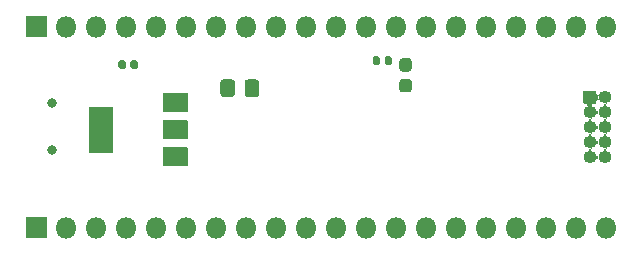
<source format=gbr>
G04 #@! TF.GenerationSoftware,KiCad,Pcbnew,(5.1.8-0-10_14)*
G04 #@! TF.CreationDate,2021-01-18T01:09:31+08:00*
G04 #@! TF.ProjectId,stm32f401_devboard,73746d33-3266-4343-9031-5f646576626f,rev?*
G04 #@! TF.SameCoordinates,Original*
G04 #@! TF.FileFunction,Soldermask,Bot*
G04 #@! TF.FilePolarity,Negative*
%FSLAX46Y46*%
G04 Gerber Fmt 4.6, Leading zero omitted, Abs format (unit mm)*
G04 Created by KiCad (PCBNEW (5.1.8-0-10_14)) date 2021-01-18 01:09:31*
%MOMM*%
%LPD*%
G01*
G04 APERTURE LIST*
%ADD10O,1.802000X1.802000*%
%ADD11C,0.802024*%
%ADD12O,1.102000X1.102000*%
%ADD13C,0.100000*%
G04 APERTURE END LIST*
G36*
G01*
X115321000Y-57660000D02*
X115321000Y-59160000D01*
G75*
G02*
X115270000Y-59211000I-51000J0D01*
G01*
X113270000Y-59211000D01*
G75*
G02*
X113219000Y-59160000I0J51000D01*
G01*
X113219000Y-57660000D01*
G75*
G02*
X113270000Y-57609000I51000J0D01*
G01*
X115270000Y-57609000D01*
G75*
G02*
X115321000Y-57660000I0J-51000D01*
G01*
G37*
G36*
G01*
X115321000Y-62260000D02*
X115321000Y-63760000D01*
G75*
G02*
X115270000Y-63811000I-51000J0D01*
G01*
X113270000Y-63811000D01*
G75*
G02*
X113219000Y-63760000I0J51000D01*
G01*
X113219000Y-62260000D01*
G75*
G02*
X113270000Y-62209000I51000J0D01*
G01*
X115270000Y-62209000D01*
G75*
G02*
X115321000Y-62260000I0J-51000D01*
G01*
G37*
G36*
G01*
X115321000Y-59960000D02*
X115321000Y-61460000D01*
G75*
G02*
X115270000Y-61511000I-51000J0D01*
G01*
X113270000Y-61511000D01*
G75*
G02*
X113219000Y-61460000I0J51000D01*
G01*
X113219000Y-59960000D01*
G75*
G02*
X113270000Y-59909000I51000J0D01*
G01*
X115270000Y-59909000D01*
G75*
G02*
X115321000Y-59960000I0J-51000D01*
G01*
G37*
G36*
G01*
X109021000Y-58810000D02*
X109021000Y-62610000D01*
G75*
G02*
X108970000Y-62661000I-51000J0D01*
G01*
X106970000Y-62661000D01*
G75*
G02*
X106919000Y-62610000I0J51000D01*
G01*
X106919000Y-58810000D01*
G75*
G02*
X106970000Y-58759000I51000J0D01*
G01*
X108970000Y-58759000D01*
G75*
G02*
X109021000Y-58810000I0J-51000D01*
G01*
G37*
G36*
G01*
X131989000Y-55080500D02*
X131989000Y-54659500D01*
G75*
G02*
X132149500Y-54499000I160500J0D01*
G01*
X132470500Y-54499000D01*
G75*
G02*
X132631000Y-54659500I0J-160500D01*
G01*
X132631000Y-55080500D01*
G75*
G02*
X132470500Y-55241000I-160500J0D01*
G01*
X132149500Y-55241000D01*
G75*
G02*
X131989000Y-55080500I0J160500D01*
G01*
G37*
G36*
G01*
X130969000Y-55080500D02*
X130969000Y-54659500D01*
G75*
G02*
X131129500Y-54499000I160500J0D01*
G01*
X131450500Y-54499000D01*
G75*
G02*
X131611000Y-54659500I0J-160500D01*
G01*
X131611000Y-55080500D01*
G75*
G02*
X131450500Y-55241000I-160500J0D01*
G01*
X131129500Y-55241000D01*
G75*
G02*
X130969000Y-55080500I0J160500D01*
G01*
G37*
G36*
G01*
X110081000Y-54999500D02*
X110081000Y-55420500D01*
G75*
G02*
X109920500Y-55581000I-160500J0D01*
G01*
X109599500Y-55581000D01*
G75*
G02*
X109439000Y-55420500I0J160500D01*
G01*
X109439000Y-54999500D01*
G75*
G02*
X109599500Y-54839000I160500J0D01*
G01*
X109920500Y-54839000D01*
G75*
G02*
X110081000Y-54999500I0J-160500D01*
G01*
G37*
G36*
G01*
X111101000Y-54999500D02*
X111101000Y-55420500D01*
G75*
G02*
X110940500Y-55581000I-160500J0D01*
G01*
X110619500Y-55581000D01*
G75*
G02*
X110459000Y-55420500I0J160500D01*
G01*
X110459000Y-54999500D01*
G75*
G02*
X110619500Y-54839000I160500J0D01*
G01*
X110940500Y-54839000D01*
G75*
G02*
X111101000Y-54999500I0J-160500D01*
G01*
G37*
D10*
X150760000Y-69000000D03*
X148220000Y-69000000D03*
X145680000Y-69000000D03*
X143140000Y-69000000D03*
X140600000Y-69000000D03*
X138060000Y-69000000D03*
X135520000Y-69000000D03*
X132980000Y-69000000D03*
X130440000Y-69000000D03*
X127900000Y-69000000D03*
X125360000Y-69000000D03*
X122820000Y-69000000D03*
X120280000Y-69000000D03*
X117740000Y-69000000D03*
X115200000Y-69000000D03*
X112660000Y-69000000D03*
X110120000Y-69000000D03*
X107580000Y-69000000D03*
X105040000Y-69000000D03*
G36*
G01*
X103350000Y-69901000D02*
X101650000Y-69901000D01*
G75*
G02*
X101599000Y-69850000I0J51000D01*
G01*
X101599000Y-68150000D01*
G75*
G02*
X101650000Y-68099000I51000J0D01*
G01*
X103350000Y-68099000D01*
G75*
G02*
X103401000Y-68150000I0J-51000D01*
G01*
X103401000Y-69850000D01*
G75*
G02*
X103350000Y-69901000I-51000J0D01*
G01*
G37*
X150760000Y-52000000D03*
X148220000Y-52000000D03*
X145680000Y-52000000D03*
X143140000Y-52000000D03*
X140600000Y-52000000D03*
X138060000Y-52000000D03*
X135520000Y-52000000D03*
X132980000Y-52000000D03*
X130440000Y-52000000D03*
X127900000Y-52000000D03*
X125360000Y-52000000D03*
X122820000Y-52000000D03*
X120280000Y-52000000D03*
X117740000Y-52000000D03*
X115200000Y-52000000D03*
X112660000Y-52000000D03*
X110120000Y-52000000D03*
X107580000Y-52000000D03*
X105040000Y-52000000D03*
G36*
G01*
X103350000Y-52901000D02*
X101650000Y-52901000D01*
G75*
G02*
X101599000Y-52850000I0J51000D01*
G01*
X101599000Y-51150000D01*
G75*
G02*
X101650000Y-51099000I51000J0D01*
G01*
X103350000Y-51099000D01*
G75*
G02*
X103401000Y-51150000I0J-51000D01*
G01*
X103401000Y-52850000D01*
G75*
G02*
X103350000Y-52901000I-51000J0D01*
G01*
G37*
G36*
G01*
X134023000Y-55801000D02*
X133497000Y-55801000D01*
G75*
G02*
X133234000Y-55538000I0J263000D01*
G01*
X133234000Y-54912000D01*
G75*
G02*
X133497000Y-54649000I263000J0D01*
G01*
X134023000Y-54649000D01*
G75*
G02*
X134286000Y-54912000I0J-263000D01*
G01*
X134286000Y-55538000D01*
G75*
G02*
X134023000Y-55801000I-263000J0D01*
G01*
G37*
G36*
G01*
X134023000Y-57551000D02*
X133497000Y-57551000D01*
G75*
G02*
X133234000Y-57288000I0J263000D01*
G01*
X133234000Y-56662000D01*
G75*
G02*
X133497000Y-56399000I263000J0D01*
G01*
X134023000Y-56399000D01*
G75*
G02*
X134286000Y-56662000I0J-263000D01*
G01*
X134286000Y-57288000D01*
G75*
G02*
X134023000Y-57551000I-263000J0D01*
G01*
G37*
D11*
X103849236Y-58406100D03*
X103849236Y-62404060D03*
D12*
X149365000Y-63040000D03*
X150635000Y-63040000D03*
X149365000Y-61770000D03*
X150635000Y-61770000D03*
X149365000Y-60500000D03*
X150635000Y-60500000D03*
X149365000Y-59230000D03*
X150635000Y-59230000D03*
X150635000Y-57960000D03*
G36*
G01*
X148814000Y-58460000D02*
X148814000Y-57460000D01*
G75*
G02*
X148865000Y-57409000I51000J0D01*
G01*
X149865000Y-57409000D01*
G75*
G02*
X149916000Y-57460000I0J-51000D01*
G01*
X149916000Y-58460000D01*
G75*
G02*
X149865000Y-58511000I-51000J0D01*
G01*
X148865000Y-58511000D01*
G75*
G02*
X148814000Y-58460000I0J51000D01*
G01*
G37*
G36*
G01*
X120129000Y-57678828D02*
X120129000Y-56721172D01*
G75*
G02*
X120401172Y-56449000I272172J0D01*
G01*
X121108828Y-56449000D01*
G75*
G02*
X121381000Y-56721172I0J-272172D01*
G01*
X121381000Y-57678828D01*
G75*
G02*
X121108828Y-57951000I-272172J0D01*
G01*
X120401172Y-57951000D01*
G75*
G02*
X120129000Y-57678828I0J272172D01*
G01*
G37*
G36*
G01*
X118079000Y-57678828D02*
X118079000Y-56721172D01*
G75*
G02*
X118351172Y-56449000I272172J0D01*
G01*
X119058828Y-56449000D01*
G75*
G02*
X119331000Y-56721172I0J-272172D01*
G01*
X119331000Y-57678828D01*
G75*
G02*
X119058828Y-57951000I-272172J0D01*
G01*
X118351172Y-57951000D01*
G75*
G02*
X118079000Y-57678828I0J272172D01*
G01*
G37*
D13*
G36*
X150114287Y-62867256D02*
G01*
X150114437Y-62869077D01*
X150109650Y-62880635D01*
X150088653Y-62986192D01*
X150088653Y-63093808D01*
X150109650Y-63199365D01*
X150114437Y-63210923D01*
X150114176Y-63212906D01*
X150112328Y-63213671D01*
X150110825Y-63212631D01*
X150102262Y-63196609D01*
X150086967Y-63177972D01*
X150068330Y-63162677D01*
X150047066Y-63151312D01*
X150023991Y-63144312D01*
X150000000Y-63141949D01*
X149976009Y-63144312D01*
X149952934Y-63151312D01*
X149931670Y-63162677D01*
X149913033Y-63177972D01*
X149897738Y-63196609D01*
X149889175Y-63212631D01*
X149887476Y-63213687D01*
X149885713Y-63212744D01*
X149885563Y-63210923D01*
X149890350Y-63199365D01*
X149911347Y-63093808D01*
X149911347Y-62986192D01*
X149890350Y-62880635D01*
X149885563Y-62869077D01*
X149885824Y-62867094D01*
X149887672Y-62866329D01*
X149889175Y-62867369D01*
X149897738Y-62883391D01*
X149913033Y-62902028D01*
X149931670Y-62917323D01*
X149952934Y-62928688D01*
X149976009Y-62935688D01*
X150000000Y-62938051D01*
X150023991Y-62935688D01*
X150047066Y-62928688D01*
X150068330Y-62917323D01*
X150086967Y-62902028D01*
X150102262Y-62883391D01*
X150110825Y-62867369D01*
X150112524Y-62866313D01*
X150114287Y-62867256D01*
G37*
G36*
X150807906Y-62290824D02*
G01*
X150808671Y-62292672D01*
X150807631Y-62294175D01*
X150791609Y-62302738D01*
X150772972Y-62318033D01*
X150757677Y-62336670D01*
X150746312Y-62357934D01*
X150739312Y-62381009D01*
X150736949Y-62405000D01*
X150739312Y-62428991D01*
X150746312Y-62452066D01*
X150757677Y-62473330D01*
X150772972Y-62491967D01*
X150791609Y-62507262D01*
X150807631Y-62515825D01*
X150808687Y-62517524D01*
X150807744Y-62519287D01*
X150805923Y-62519437D01*
X150794365Y-62514650D01*
X150688808Y-62493653D01*
X150581192Y-62493653D01*
X150475635Y-62514650D01*
X150464077Y-62519437D01*
X150462094Y-62519176D01*
X150461329Y-62517328D01*
X150462369Y-62515825D01*
X150478391Y-62507262D01*
X150497028Y-62491967D01*
X150512323Y-62473330D01*
X150523688Y-62452066D01*
X150530688Y-62428991D01*
X150533051Y-62405000D01*
X150530688Y-62381009D01*
X150523688Y-62357934D01*
X150512323Y-62336670D01*
X150497028Y-62318033D01*
X150478391Y-62302738D01*
X150462369Y-62294175D01*
X150461313Y-62292476D01*
X150462256Y-62290713D01*
X150464077Y-62290563D01*
X150475635Y-62295350D01*
X150581192Y-62316347D01*
X150688808Y-62316347D01*
X150794365Y-62295350D01*
X150805923Y-62290563D01*
X150807906Y-62290824D01*
G37*
G36*
X149537906Y-62290824D02*
G01*
X149538671Y-62292672D01*
X149537631Y-62294175D01*
X149521609Y-62302738D01*
X149502972Y-62318033D01*
X149487677Y-62336670D01*
X149476312Y-62357934D01*
X149469312Y-62381009D01*
X149466949Y-62405000D01*
X149469312Y-62428991D01*
X149476312Y-62452066D01*
X149487677Y-62473330D01*
X149502972Y-62491967D01*
X149521609Y-62507262D01*
X149537631Y-62515825D01*
X149538687Y-62517524D01*
X149537744Y-62519287D01*
X149535923Y-62519437D01*
X149524365Y-62514650D01*
X149418808Y-62493653D01*
X149311192Y-62493653D01*
X149205635Y-62514650D01*
X149194077Y-62519437D01*
X149192094Y-62519176D01*
X149191329Y-62517328D01*
X149192369Y-62515825D01*
X149208391Y-62507262D01*
X149227028Y-62491967D01*
X149242323Y-62473330D01*
X149253688Y-62452066D01*
X149260688Y-62428991D01*
X149263051Y-62405000D01*
X149260688Y-62381009D01*
X149253688Y-62357934D01*
X149242323Y-62336670D01*
X149227028Y-62318033D01*
X149208391Y-62302738D01*
X149192369Y-62294175D01*
X149191313Y-62292476D01*
X149192256Y-62290713D01*
X149194077Y-62290563D01*
X149205635Y-62295350D01*
X149311192Y-62316347D01*
X149418808Y-62316347D01*
X149524365Y-62295350D01*
X149535923Y-62290563D01*
X149537906Y-62290824D01*
G37*
G36*
X150114287Y-61597256D02*
G01*
X150114437Y-61599077D01*
X150109650Y-61610635D01*
X150088653Y-61716192D01*
X150088653Y-61823808D01*
X150109650Y-61929365D01*
X150114437Y-61940923D01*
X150114176Y-61942906D01*
X150112328Y-61943671D01*
X150110825Y-61942631D01*
X150102262Y-61926609D01*
X150086967Y-61907972D01*
X150068330Y-61892677D01*
X150047066Y-61881312D01*
X150023991Y-61874312D01*
X150000000Y-61871949D01*
X149976009Y-61874312D01*
X149952934Y-61881312D01*
X149931670Y-61892677D01*
X149913033Y-61907972D01*
X149897738Y-61926609D01*
X149889175Y-61942631D01*
X149887476Y-61943687D01*
X149885713Y-61942744D01*
X149885563Y-61940923D01*
X149890350Y-61929365D01*
X149911347Y-61823808D01*
X149911347Y-61716192D01*
X149890350Y-61610635D01*
X149885563Y-61599077D01*
X149885824Y-61597094D01*
X149887672Y-61596329D01*
X149889175Y-61597369D01*
X149897738Y-61613391D01*
X149913033Y-61632028D01*
X149931670Y-61647323D01*
X149952934Y-61658688D01*
X149976009Y-61665688D01*
X150000000Y-61668051D01*
X150023991Y-61665688D01*
X150047066Y-61658688D01*
X150068330Y-61647323D01*
X150086967Y-61632028D01*
X150102262Y-61613391D01*
X150110825Y-61597369D01*
X150112524Y-61596313D01*
X150114287Y-61597256D01*
G37*
G36*
X150807906Y-61020824D02*
G01*
X150808671Y-61022672D01*
X150807631Y-61024175D01*
X150791609Y-61032738D01*
X150772972Y-61048033D01*
X150757677Y-61066670D01*
X150746312Y-61087934D01*
X150739312Y-61111009D01*
X150736949Y-61135000D01*
X150739312Y-61158991D01*
X150746312Y-61182066D01*
X150757677Y-61203330D01*
X150772972Y-61221967D01*
X150791609Y-61237262D01*
X150807631Y-61245825D01*
X150808687Y-61247524D01*
X150807744Y-61249287D01*
X150805923Y-61249437D01*
X150794365Y-61244650D01*
X150688808Y-61223653D01*
X150581192Y-61223653D01*
X150475635Y-61244650D01*
X150464077Y-61249437D01*
X150462094Y-61249176D01*
X150461329Y-61247328D01*
X150462369Y-61245825D01*
X150478391Y-61237262D01*
X150497028Y-61221967D01*
X150512323Y-61203330D01*
X150523688Y-61182066D01*
X150530688Y-61158991D01*
X150533051Y-61135000D01*
X150530688Y-61111009D01*
X150523688Y-61087934D01*
X150512323Y-61066670D01*
X150497028Y-61048033D01*
X150478391Y-61032738D01*
X150462369Y-61024175D01*
X150461313Y-61022476D01*
X150462256Y-61020713D01*
X150464077Y-61020563D01*
X150475635Y-61025350D01*
X150581192Y-61046347D01*
X150688808Y-61046347D01*
X150794365Y-61025350D01*
X150805923Y-61020563D01*
X150807906Y-61020824D01*
G37*
G36*
X149537906Y-61020824D02*
G01*
X149538671Y-61022672D01*
X149537631Y-61024175D01*
X149521609Y-61032738D01*
X149502972Y-61048033D01*
X149487677Y-61066670D01*
X149476312Y-61087934D01*
X149469312Y-61111009D01*
X149466949Y-61135000D01*
X149469312Y-61158991D01*
X149476312Y-61182066D01*
X149487677Y-61203330D01*
X149502972Y-61221967D01*
X149521609Y-61237262D01*
X149537631Y-61245825D01*
X149538687Y-61247524D01*
X149537744Y-61249287D01*
X149535923Y-61249437D01*
X149524365Y-61244650D01*
X149418808Y-61223653D01*
X149311192Y-61223653D01*
X149205635Y-61244650D01*
X149194077Y-61249437D01*
X149192094Y-61249176D01*
X149191329Y-61247328D01*
X149192369Y-61245825D01*
X149208391Y-61237262D01*
X149227028Y-61221967D01*
X149242323Y-61203330D01*
X149253688Y-61182066D01*
X149260688Y-61158991D01*
X149263051Y-61135000D01*
X149260688Y-61111009D01*
X149253688Y-61087934D01*
X149242323Y-61066670D01*
X149227028Y-61048033D01*
X149208391Y-61032738D01*
X149192369Y-61024175D01*
X149191313Y-61022476D01*
X149192256Y-61020713D01*
X149194077Y-61020563D01*
X149205635Y-61025350D01*
X149311192Y-61046347D01*
X149418808Y-61046347D01*
X149524365Y-61025350D01*
X149535923Y-61020563D01*
X149537906Y-61020824D01*
G37*
G36*
X150114287Y-60327256D02*
G01*
X150114437Y-60329077D01*
X150109650Y-60340635D01*
X150088653Y-60446192D01*
X150088653Y-60553808D01*
X150109650Y-60659365D01*
X150114437Y-60670923D01*
X150114176Y-60672906D01*
X150112328Y-60673671D01*
X150110825Y-60672631D01*
X150102262Y-60656609D01*
X150086967Y-60637972D01*
X150068330Y-60622677D01*
X150047066Y-60611312D01*
X150023991Y-60604312D01*
X150000000Y-60601949D01*
X149976009Y-60604312D01*
X149952934Y-60611312D01*
X149931670Y-60622677D01*
X149913033Y-60637972D01*
X149897738Y-60656609D01*
X149889175Y-60672631D01*
X149887476Y-60673687D01*
X149885713Y-60672744D01*
X149885563Y-60670923D01*
X149890350Y-60659365D01*
X149911347Y-60553808D01*
X149911347Y-60446192D01*
X149890350Y-60340635D01*
X149885563Y-60329077D01*
X149885824Y-60327094D01*
X149887672Y-60326329D01*
X149889175Y-60327369D01*
X149897738Y-60343391D01*
X149913033Y-60362028D01*
X149931670Y-60377323D01*
X149952934Y-60388688D01*
X149976009Y-60395688D01*
X150000000Y-60398051D01*
X150023991Y-60395688D01*
X150047066Y-60388688D01*
X150068330Y-60377323D01*
X150086967Y-60362028D01*
X150102262Y-60343391D01*
X150110825Y-60327369D01*
X150112524Y-60326313D01*
X150114287Y-60327256D01*
G37*
G36*
X150807906Y-59750824D02*
G01*
X150808671Y-59752672D01*
X150807631Y-59754175D01*
X150791609Y-59762738D01*
X150772972Y-59778033D01*
X150757677Y-59796670D01*
X150746312Y-59817934D01*
X150739312Y-59841009D01*
X150736949Y-59865000D01*
X150739312Y-59888991D01*
X150746312Y-59912066D01*
X150757677Y-59933330D01*
X150772972Y-59951967D01*
X150791609Y-59967262D01*
X150807631Y-59975825D01*
X150808687Y-59977524D01*
X150807744Y-59979287D01*
X150805923Y-59979437D01*
X150794365Y-59974650D01*
X150688808Y-59953653D01*
X150581192Y-59953653D01*
X150475635Y-59974650D01*
X150464077Y-59979437D01*
X150462094Y-59979176D01*
X150461329Y-59977328D01*
X150462369Y-59975825D01*
X150478391Y-59967262D01*
X150497028Y-59951967D01*
X150512323Y-59933330D01*
X150523688Y-59912066D01*
X150530688Y-59888991D01*
X150533051Y-59865000D01*
X150530688Y-59841009D01*
X150523688Y-59817934D01*
X150512323Y-59796670D01*
X150497028Y-59778033D01*
X150478391Y-59762738D01*
X150462369Y-59754175D01*
X150461313Y-59752476D01*
X150462256Y-59750713D01*
X150464077Y-59750563D01*
X150475635Y-59755350D01*
X150581192Y-59776347D01*
X150688808Y-59776347D01*
X150794365Y-59755350D01*
X150805923Y-59750563D01*
X150807906Y-59750824D01*
G37*
G36*
X149537906Y-59750824D02*
G01*
X149538671Y-59752672D01*
X149537631Y-59754175D01*
X149521609Y-59762738D01*
X149502972Y-59778033D01*
X149487677Y-59796670D01*
X149476312Y-59817934D01*
X149469312Y-59841009D01*
X149466949Y-59865000D01*
X149469312Y-59888991D01*
X149476312Y-59912066D01*
X149487677Y-59933330D01*
X149502972Y-59951967D01*
X149521609Y-59967262D01*
X149537631Y-59975825D01*
X149538687Y-59977524D01*
X149537744Y-59979287D01*
X149535923Y-59979437D01*
X149524365Y-59974650D01*
X149418808Y-59953653D01*
X149311192Y-59953653D01*
X149205635Y-59974650D01*
X149194077Y-59979437D01*
X149192094Y-59979176D01*
X149191329Y-59977328D01*
X149192369Y-59975825D01*
X149208391Y-59967262D01*
X149227028Y-59951967D01*
X149242323Y-59933330D01*
X149253688Y-59912066D01*
X149260688Y-59888991D01*
X149263051Y-59865000D01*
X149260688Y-59841009D01*
X149253688Y-59817934D01*
X149242323Y-59796670D01*
X149227028Y-59778033D01*
X149208391Y-59762738D01*
X149192369Y-59754175D01*
X149191313Y-59752476D01*
X149192256Y-59750713D01*
X149194077Y-59750563D01*
X149205635Y-59755350D01*
X149311192Y-59776347D01*
X149418808Y-59776347D01*
X149524365Y-59755350D01*
X149535923Y-59750563D01*
X149537906Y-59750824D01*
G37*
G36*
X150114287Y-59057256D02*
G01*
X150114437Y-59059077D01*
X150109650Y-59070635D01*
X150088653Y-59176192D01*
X150088653Y-59283808D01*
X150109650Y-59389365D01*
X150114437Y-59400923D01*
X150114176Y-59402906D01*
X150112328Y-59403671D01*
X150110825Y-59402631D01*
X150102262Y-59386609D01*
X150086967Y-59367972D01*
X150068330Y-59352677D01*
X150047066Y-59341312D01*
X150023991Y-59334312D01*
X150000000Y-59331949D01*
X149976009Y-59334312D01*
X149952934Y-59341312D01*
X149931670Y-59352677D01*
X149913033Y-59367972D01*
X149897738Y-59386609D01*
X149889175Y-59402631D01*
X149887476Y-59403687D01*
X149885713Y-59402744D01*
X149885563Y-59400923D01*
X149890350Y-59389365D01*
X149911347Y-59283808D01*
X149911347Y-59176192D01*
X149890350Y-59070635D01*
X149885563Y-59059077D01*
X149885824Y-59057094D01*
X149887672Y-59056329D01*
X149889175Y-59057369D01*
X149897738Y-59073391D01*
X149913033Y-59092028D01*
X149931670Y-59107323D01*
X149952934Y-59118688D01*
X149976009Y-59125688D01*
X150000000Y-59128051D01*
X150023991Y-59125688D01*
X150047066Y-59118688D01*
X150068330Y-59107323D01*
X150086967Y-59092028D01*
X150102262Y-59073391D01*
X150110825Y-59057369D01*
X150112524Y-59056313D01*
X150114287Y-59057256D01*
G37*
G36*
X149688654Y-58510000D02*
G01*
X149688654Y-58512000D01*
X149687118Y-58512990D01*
X149662931Y-58515372D01*
X149639856Y-58522372D01*
X149618592Y-58533737D01*
X149599955Y-58549032D01*
X149584660Y-58567669D01*
X149573295Y-58588933D01*
X149566295Y-58612008D01*
X149563932Y-58635998D01*
X149566295Y-58659990D01*
X149573295Y-58683065D01*
X149584660Y-58704329D01*
X149599955Y-58722966D01*
X149618670Y-58738324D01*
X149622998Y-58741216D01*
X149623883Y-58743010D01*
X149622772Y-58744673D01*
X149621122Y-58744727D01*
X149524365Y-58704650D01*
X149418808Y-58683653D01*
X149311192Y-58683653D01*
X149205635Y-58704650D01*
X149108878Y-58744727D01*
X149106895Y-58744466D01*
X149106130Y-58742618D01*
X149107002Y-58741216D01*
X149111330Y-58738324D01*
X149130045Y-58722965D01*
X149145340Y-58704328D01*
X149156705Y-58683065D01*
X149163705Y-58659990D01*
X149166068Y-58635998D01*
X149163705Y-58612007D01*
X149156705Y-58588932D01*
X149145340Y-58567669D01*
X149130044Y-58549032D01*
X149111407Y-58533737D01*
X149090144Y-58522372D01*
X149067069Y-58515372D01*
X149042882Y-58512990D01*
X149041256Y-58511825D01*
X149041452Y-58509835D01*
X149043078Y-58509000D01*
X149686922Y-58509000D01*
X149688654Y-58510000D01*
G37*
G36*
X150807906Y-58480824D02*
G01*
X150808671Y-58482672D01*
X150807631Y-58484175D01*
X150791609Y-58492738D01*
X150772972Y-58508033D01*
X150757677Y-58526670D01*
X150746312Y-58547934D01*
X150739312Y-58571009D01*
X150736949Y-58595000D01*
X150739312Y-58618991D01*
X150746312Y-58642066D01*
X150757677Y-58663330D01*
X150772972Y-58681967D01*
X150791609Y-58697262D01*
X150807631Y-58705825D01*
X150808687Y-58707524D01*
X150807744Y-58709287D01*
X150805923Y-58709437D01*
X150794365Y-58704650D01*
X150688808Y-58683653D01*
X150581192Y-58683653D01*
X150475635Y-58704650D01*
X150464077Y-58709437D01*
X150462094Y-58709176D01*
X150461329Y-58707328D01*
X150462369Y-58705825D01*
X150478391Y-58697262D01*
X150497028Y-58681967D01*
X150512323Y-58663330D01*
X150523688Y-58642066D01*
X150530688Y-58618991D01*
X150533051Y-58595000D01*
X150530688Y-58571009D01*
X150523688Y-58547934D01*
X150512323Y-58526670D01*
X150497028Y-58508033D01*
X150478391Y-58492738D01*
X150462369Y-58484175D01*
X150461313Y-58482476D01*
X150462256Y-58480713D01*
X150464077Y-58480563D01*
X150475635Y-58485350D01*
X150581192Y-58506347D01*
X150688808Y-58506347D01*
X150794365Y-58485350D01*
X150805923Y-58480563D01*
X150807906Y-58480824D01*
G37*
G36*
X149917990Y-57637882D02*
G01*
X149920372Y-57662069D01*
X149927372Y-57685144D01*
X149938737Y-57706408D01*
X149954032Y-57725045D01*
X149972669Y-57740340D01*
X149993933Y-57751705D01*
X150017008Y-57758705D01*
X150040999Y-57761068D01*
X150064990Y-57758705D01*
X150088065Y-57751705D01*
X150109329Y-57740340D01*
X150127966Y-57725045D01*
X150143324Y-57706330D01*
X150146216Y-57702002D01*
X150148010Y-57701117D01*
X150149673Y-57702228D01*
X150149727Y-57703878D01*
X150109650Y-57800635D01*
X150088653Y-57906192D01*
X150088653Y-58013808D01*
X150109650Y-58119365D01*
X150149727Y-58216122D01*
X150149466Y-58218105D01*
X150147618Y-58218870D01*
X150146216Y-58217998D01*
X150143324Y-58213670D01*
X150127965Y-58194955D01*
X150109328Y-58179660D01*
X150088065Y-58168295D01*
X150064990Y-58161295D01*
X150040998Y-58158932D01*
X150017007Y-58161295D01*
X149993932Y-58168295D01*
X149972669Y-58179660D01*
X149954032Y-58194956D01*
X149938737Y-58213593D01*
X149927372Y-58234856D01*
X149920372Y-58257931D01*
X149917990Y-58282118D01*
X149916825Y-58283744D01*
X149914835Y-58283548D01*
X149914000Y-58281922D01*
X149914000Y-57638078D01*
X149915000Y-57636346D01*
X149917000Y-57636346D01*
X149917990Y-57637882D01*
G37*
M02*

</source>
